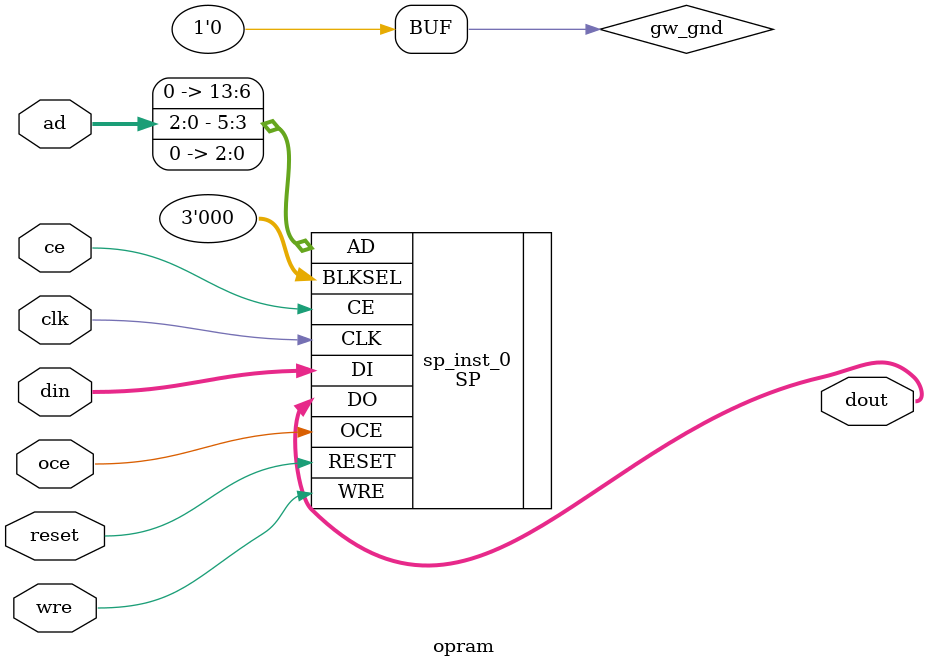
<source format=v>

module opram (dout, clk, oce, ce, reset, wre, ad, din);

output [7:0] dout;
input clk;
input oce;
input ce;
input reset;
input wre;
input [2:0] ad;
input [7:0] din;

wire gw_gnd;

assign gw_gnd = 1'b0;

SP sp_inst_0 (
    .DO(dout[7:0]),
    .CLK(clk),
    .OCE(oce),
    .CE(ce),
    .RESET(reset),
    .WRE(wre),
    .BLKSEL({gw_gnd,gw_gnd,gw_gnd}),
    .AD({gw_gnd,gw_gnd,gw_gnd,gw_gnd,gw_gnd,gw_gnd,gw_gnd,gw_gnd,ad[2:0],gw_gnd,gw_gnd,gw_gnd}),
    .DI(din[7:0])
);

defparam sp_inst_0.READ_MODE = 1'b0;
defparam sp_inst_0.WRITE_MODE = 2'b00;
defparam sp_inst_0.BIT_WIDTH = 8;
defparam sp_inst_0.BLK_SEL = 3'b000;
defparam sp_inst_0.RESET_MODE = "SYNC";

endmodule //opram

</source>
